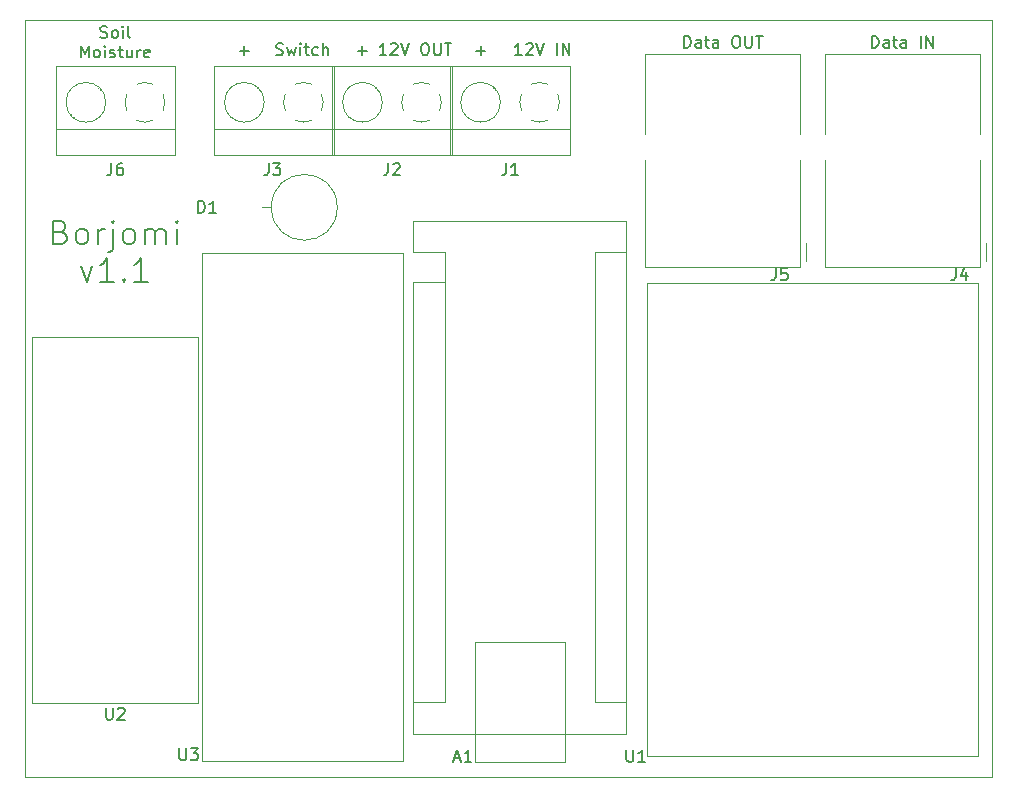
<source format=gto>
G04 #@! TF.GenerationSoftware,KiCad,Pcbnew,5.1.0-060a0da~80~ubuntu18.04.1*
G04 #@! TF.CreationDate,2019-04-21T23:40:02+03:00*
G04 #@! TF.ProjectId,Borjomi,426f726a-6f6d-4692-9e6b-696361645f70,w01*
G04 #@! TF.SameCoordinates,Original*
G04 #@! TF.FileFunction,Legend,Top*
G04 #@! TF.FilePolarity,Positive*
%FSLAX46Y46*%
G04 Gerber Fmt 4.6, Leading zero omitted, Abs format (unit mm)*
G04 Created by KiCad (PCBNEW 5.1.0-060a0da~80~ubuntu18.04.1) date 2019-04-21 23:40:02*
%MOMM*%
%LPD*%
G04 APERTURE LIST*
%ADD10C,0.150000*%
%ADD11C,0.120000*%
%ADD12C,0.100000*%
G04 APERTURE END LIST*
D10*
X104688095Y-37282380D02*
X104688095Y-36282380D01*
X104926190Y-36282380D01*
X105069047Y-36330000D01*
X105164285Y-36425238D01*
X105211904Y-36520476D01*
X105259523Y-36710952D01*
X105259523Y-36853809D01*
X105211904Y-37044285D01*
X105164285Y-37139523D01*
X105069047Y-37234761D01*
X104926190Y-37282380D01*
X104688095Y-37282380D01*
X106116666Y-37282380D02*
X106116666Y-36758571D01*
X106069047Y-36663333D01*
X105973809Y-36615714D01*
X105783333Y-36615714D01*
X105688095Y-36663333D01*
X106116666Y-37234761D02*
X106021428Y-37282380D01*
X105783333Y-37282380D01*
X105688095Y-37234761D01*
X105640476Y-37139523D01*
X105640476Y-37044285D01*
X105688095Y-36949047D01*
X105783333Y-36901428D01*
X106021428Y-36901428D01*
X106116666Y-36853809D01*
X106450000Y-36615714D02*
X106830952Y-36615714D01*
X106592857Y-36282380D02*
X106592857Y-37139523D01*
X106640476Y-37234761D01*
X106735714Y-37282380D01*
X106830952Y-37282380D01*
X107592857Y-37282380D02*
X107592857Y-36758571D01*
X107545238Y-36663333D01*
X107450000Y-36615714D01*
X107259523Y-36615714D01*
X107164285Y-36663333D01*
X107592857Y-37234761D02*
X107497619Y-37282380D01*
X107259523Y-37282380D01*
X107164285Y-37234761D01*
X107116666Y-37139523D01*
X107116666Y-37044285D01*
X107164285Y-36949047D01*
X107259523Y-36901428D01*
X107497619Y-36901428D01*
X107592857Y-36853809D01*
X109021428Y-36282380D02*
X109211904Y-36282380D01*
X109307142Y-36330000D01*
X109402380Y-36425238D01*
X109450000Y-36615714D01*
X109450000Y-36949047D01*
X109402380Y-37139523D01*
X109307142Y-37234761D01*
X109211904Y-37282380D01*
X109021428Y-37282380D01*
X108926190Y-37234761D01*
X108830952Y-37139523D01*
X108783333Y-36949047D01*
X108783333Y-36615714D01*
X108830952Y-36425238D01*
X108926190Y-36330000D01*
X109021428Y-36282380D01*
X109878571Y-36282380D02*
X109878571Y-37091904D01*
X109926190Y-37187142D01*
X109973809Y-37234761D01*
X110069047Y-37282380D01*
X110259523Y-37282380D01*
X110354761Y-37234761D01*
X110402380Y-37187142D01*
X110450000Y-37091904D01*
X110450000Y-36282380D01*
X110783333Y-36282380D02*
X111354761Y-36282380D01*
X111069047Y-37282380D02*
X111069047Y-36282380D01*
X120594761Y-37282380D02*
X120594761Y-36282380D01*
X120832857Y-36282380D01*
X120975714Y-36330000D01*
X121070952Y-36425238D01*
X121118571Y-36520476D01*
X121166190Y-36710952D01*
X121166190Y-36853809D01*
X121118571Y-37044285D01*
X121070952Y-37139523D01*
X120975714Y-37234761D01*
X120832857Y-37282380D01*
X120594761Y-37282380D01*
X122023333Y-37282380D02*
X122023333Y-36758571D01*
X121975714Y-36663333D01*
X121880476Y-36615714D01*
X121690000Y-36615714D01*
X121594761Y-36663333D01*
X122023333Y-37234761D02*
X121928095Y-37282380D01*
X121690000Y-37282380D01*
X121594761Y-37234761D01*
X121547142Y-37139523D01*
X121547142Y-37044285D01*
X121594761Y-36949047D01*
X121690000Y-36901428D01*
X121928095Y-36901428D01*
X122023333Y-36853809D01*
X122356666Y-36615714D02*
X122737619Y-36615714D01*
X122499523Y-36282380D02*
X122499523Y-37139523D01*
X122547142Y-37234761D01*
X122642380Y-37282380D01*
X122737619Y-37282380D01*
X123499523Y-37282380D02*
X123499523Y-36758571D01*
X123451904Y-36663333D01*
X123356666Y-36615714D01*
X123166190Y-36615714D01*
X123070952Y-36663333D01*
X123499523Y-37234761D02*
X123404285Y-37282380D01*
X123166190Y-37282380D01*
X123070952Y-37234761D01*
X123023333Y-37139523D01*
X123023333Y-37044285D01*
X123070952Y-36949047D01*
X123166190Y-36901428D01*
X123404285Y-36901428D01*
X123499523Y-36853809D01*
X124737619Y-37282380D02*
X124737619Y-36282380D01*
X125213809Y-37282380D02*
X125213809Y-36282380D01*
X125785238Y-37282380D01*
X125785238Y-36282380D01*
X51943571Y-52892142D02*
X52229285Y-52987380D01*
X52324523Y-53082619D01*
X52419761Y-53273095D01*
X52419761Y-53558809D01*
X52324523Y-53749285D01*
X52229285Y-53844523D01*
X52038809Y-53939761D01*
X51276904Y-53939761D01*
X51276904Y-51939761D01*
X51943571Y-51939761D01*
X52134047Y-52035000D01*
X52229285Y-52130238D01*
X52324523Y-52320714D01*
X52324523Y-52511190D01*
X52229285Y-52701666D01*
X52134047Y-52796904D01*
X51943571Y-52892142D01*
X51276904Y-52892142D01*
X53562619Y-53939761D02*
X53372142Y-53844523D01*
X53276904Y-53749285D01*
X53181666Y-53558809D01*
X53181666Y-52987380D01*
X53276904Y-52796904D01*
X53372142Y-52701666D01*
X53562619Y-52606428D01*
X53848333Y-52606428D01*
X54038809Y-52701666D01*
X54134047Y-52796904D01*
X54229285Y-52987380D01*
X54229285Y-53558809D01*
X54134047Y-53749285D01*
X54038809Y-53844523D01*
X53848333Y-53939761D01*
X53562619Y-53939761D01*
X55086428Y-53939761D02*
X55086428Y-52606428D01*
X55086428Y-52987380D02*
X55181666Y-52796904D01*
X55276904Y-52701666D01*
X55467380Y-52606428D01*
X55657857Y-52606428D01*
X56324523Y-52606428D02*
X56324523Y-54320714D01*
X56229285Y-54511190D01*
X56038809Y-54606428D01*
X55943571Y-54606428D01*
X56324523Y-51939761D02*
X56229285Y-52035000D01*
X56324523Y-52130238D01*
X56419761Y-52035000D01*
X56324523Y-51939761D01*
X56324523Y-52130238D01*
X57562619Y-53939761D02*
X57372142Y-53844523D01*
X57276904Y-53749285D01*
X57181666Y-53558809D01*
X57181666Y-52987380D01*
X57276904Y-52796904D01*
X57372142Y-52701666D01*
X57562619Y-52606428D01*
X57848333Y-52606428D01*
X58038809Y-52701666D01*
X58134047Y-52796904D01*
X58229285Y-52987380D01*
X58229285Y-53558809D01*
X58134047Y-53749285D01*
X58038809Y-53844523D01*
X57848333Y-53939761D01*
X57562619Y-53939761D01*
X59086428Y-53939761D02*
X59086428Y-52606428D01*
X59086428Y-52796904D02*
X59181666Y-52701666D01*
X59372142Y-52606428D01*
X59657857Y-52606428D01*
X59848333Y-52701666D01*
X59943571Y-52892142D01*
X59943571Y-53939761D01*
X59943571Y-52892142D02*
X60038809Y-52701666D01*
X60229285Y-52606428D01*
X60515000Y-52606428D01*
X60705476Y-52701666D01*
X60800714Y-52892142D01*
X60800714Y-53939761D01*
X61753095Y-53939761D02*
X61753095Y-52606428D01*
X61753095Y-51939761D02*
X61657857Y-52035000D01*
X61753095Y-52130238D01*
X61848333Y-52035000D01*
X61753095Y-51939761D01*
X61753095Y-52130238D01*
X53657857Y-55756428D02*
X54134047Y-57089761D01*
X54610238Y-55756428D01*
X56419761Y-57089761D02*
X55276904Y-57089761D01*
X55848333Y-57089761D02*
X55848333Y-55089761D01*
X55657857Y-55375476D01*
X55467380Y-55565952D01*
X55276904Y-55661190D01*
X57276904Y-56899285D02*
X57372142Y-56994523D01*
X57276904Y-57089761D01*
X57181666Y-56994523D01*
X57276904Y-56899285D01*
X57276904Y-57089761D01*
X59276904Y-57089761D02*
X58134047Y-57089761D01*
X58705476Y-57089761D02*
X58705476Y-55089761D01*
X58515000Y-55375476D01*
X58324523Y-55565952D01*
X58134047Y-55661190D01*
X55276904Y-36409761D02*
X55419761Y-36457380D01*
X55657857Y-36457380D01*
X55753095Y-36409761D01*
X55800714Y-36362142D01*
X55848333Y-36266904D01*
X55848333Y-36171666D01*
X55800714Y-36076428D01*
X55753095Y-36028809D01*
X55657857Y-35981190D01*
X55467380Y-35933571D01*
X55372142Y-35885952D01*
X55324523Y-35838333D01*
X55276904Y-35743095D01*
X55276904Y-35647857D01*
X55324523Y-35552619D01*
X55372142Y-35505000D01*
X55467380Y-35457380D01*
X55705476Y-35457380D01*
X55848333Y-35505000D01*
X56419761Y-36457380D02*
X56324523Y-36409761D01*
X56276904Y-36362142D01*
X56229285Y-36266904D01*
X56229285Y-35981190D01*
X56276904Y-35885952D01*
X56324523Y-35838333D01*
X56419761Y-35790714D01*
X56562619Y-35790714D01*
X56657857Y-35838333D01*
X56705476Y-35885952D01*
X56753095Y-35981190D01*
X56753095Y-36266904D01*
X56705476Y-36362142D01*
X56657857Y-36409761D01*
X56562619Y-36457380D01*
X56419761Y-36457380D01*
X57181666Y-36457380D02*
X57181666Y-35790714D01*
X57181666Y-35457380D02*
X57134047Y-35505000D01*
X57181666Y-35552619D01*
X57229285Y-35505000D01*
X57181666Y-35457380D01*
X57181666Y-35552619D01*
X57800714Y-36457380D02*
X57705476Y-36409761D01*
X57657857Y-36314523D01*
X57657857Y-35457380D01*
X53610238Y-38107380D02*
X53610238Y-37107380D01*
X53943571Y-37821666D01*
X54276904Y-37107380D01*
X54276904Y-38107380D01*
X54895952Y-38107380D02*
X54800714Y-38059761D01*
X54753095Y-38012142D01*
X54705476Y-37916904D01*
X54705476Y-37631190D01*
X54753095Y-37535952D01*
X54800714Y-37488333D01*
X54895952Y-37440714D01*
X55038809Y-37440714D01*
X55134047Y-37488333D01*
X55181666Y-37535952D01*
X55229285Y-37631190D01*
X55229285Y-37916904D01*
X55181666Y-38012142D01*
X55134047Y-38059761D01*
X55038809Y-38107380D01*
X54895952Y-38107380D01*
X55657857Y-38107380D02*
X55657857Y-37440714D01*
X55657857Y-37107380D02*
X55610238Y-37155000D01*
X55657857Y-37202619D01*
X55705476Y-37155000D01*
X55657857Y-37107380D01*
X55657857Y-37202619D01*
X56086428Y-38059761D02*
X56181666Y-38107380D01*
X56372142Y-38107380D01*
X56467380Y-38059761D01*
X56515000Y-37964523D01*
X56515000Y-37916904D01*
X56467380Y-37821666D01*
X56372142Y-37774047D01*
X56229285Y-37774047D01*
X56134047Y-37726428D01*
X56086428Y-37631190D01*
X56086428Y-37583571D01*
X56134047Y-37488333D01*
X56229285Y-37440714D01*
X56372142Y-37440714D01*
X56467380Y-37488333D01*
X56800714Y-37440714D02*
X57181666Y-37440714D01*
X56943571Y-37107380D02*
X56943571Y-37964523D01*
X56991190Y-38059761D01*
X57086428Y-38107380D01*
X57181666Y-38107380D01*
X57943571Y-37440714D02*
X57943571Y-38107380D01*
X57515000Y-37440714D02*
X57515000Y-37964523D01*
X57562619Y-38059761D01*
X57657857Y-38107380D01*
X57800714Y-38107380D01*
X57895952Y-38059761D01*
X57943571Y-38012142D01*
X58419761Y-38107380D02*
X58419761Y-37440714D01*
X58419761Y-37631190D02*
X58467380Y-37535952D01*
X58515000Y-37488333D01*
X58610238Y-37440714D01*
X58705476Y-37440714D01*
X59419761Y-38059761D02*
X59324523Y-38107380D01*
X59134047Y-38107380D01*
X59038809Y-38059761D01*
X58991190Y-37964523D01*
X58991190Y-37583571D01*
X59038809Y-37488333D01*
X59134047Y-37440714D01*
X59324523Y-37440714D01*
X59419761Y-37488333D01*
X59467380Y-37583571D01*
X59467380Y-37678809D01*
X58991190Y-37774047D01*
X70175714Y-37869761D02*
X70318571Y-37917380D01*
X70556666Y-37917380D01*
X70651904Y-37869761D01*
X70699523Y-37822142D01*
X70747142Y-37726904D01*
X70747142Y-37631666D01*
X70699523Y-37536428D01*
X70651904Y-37488809D01*
X70556666Y-37441190D01*
X70366190Y-37393571D01*
X70270952Y-37345952D01*
X70223333Y-37298333D01*
X70175714Y-37203095D01*
X70175714Y-37107857D01*
X70223333Y-37012619D01*
X70270952Y-36965000D01*
X70366190Y-36917380D01*
X70604285Y-36917380D01*
X70747142Y-36965000D01*
X71080476Y-37250714D02*
X71270952Y-37917380D01*
X71461428Y-37441190D01*
X71651904Y-37917380D01*
X71842380Y-37250714D01*
X72223333Y-37917380D02*
X72223333Y-37250714D01*
X72223333Y-36917380D02*
X72175714Y-36965000D01*
X72223333Y-37012619D01*
X72270952Y-36965000D01*
X72223333Y-36917380D01*
X72223333Y-37012619D01*
X72556666Y-37250714D02*
X72937619Y-37250714D01*
X72699523Y-36917380D02*
X72699523Y-37774523D01*
X72747142Y-37869761D01*
X72842380Y-37917380D01*
X72937619Y-37917380D01*
X73699523Y-37869761D02*
X73604285Y-37917380D01*
X73413809Y-37917380D01*
X73318571Y-37869761D01*
X73270952Y-37822142D01*
X73223333Y-37726904D01*
X73223333Y-37441190D01*
X73270952Y-37345952D01*
X73318571Y-37298333D01*
X73413809Y-37250714D01*
X73604285Y-37250714D01*
X73699523Y-37298333D01*
X74128095Y-37917380D02*
X74128095Y-36917380D01*
X74556666Y-37917380D02*
X74556666Y-37393571D01*
X74509047Y-37298333D01*
X74413809Y-37250714D01*
X74270952Y-37250714D01*
X74175714Y-37298333D01*
X74128095Y-37345952D01*
X79486428Y-37917380D02*
X78915000Y-37917380D01*
X79200714Y-37917380D02*
X79200714Y-36917380D01*
X79105476Y-37060238D01*
X79010238Y-37155476D01*
X78915000Y-37203095D01*
X79867380Y-37012619D02*
X79915000Y-36965000D01*
X80010238Y-36917380D01*
X80248333Y-36917380D01*
X80343571Y-36965000D01*
X80391190Y-37012619D01*
X80438809Y-37107857D01*
X80438809Y-37203095D01*
X80391190Y-37345952D01*
X79819761Y-37917380D01*
X80438809Y-37917380D01*
X80724523Y-36917380D02*
X81057857Y-37917380D01*
X81391190Y-36917380D01*
X82676904Y-36917380D02*
X82867380Y-36917380D01*
X82962619Y-36965000D01*
X83057857Y-37060238D01*
X83105476Y-37250714D01*
X83105476Y-37584047D01*
X83057857Y-37774523D01*
X82962619Y-37869761D01*
X82867380Y-37917380D01*
X82676904Y-37917380D01*
X82581666Y-37869761D01*
X82486428Y-37774523D01*
X82438809Y-37584047D01*
X82438809Y-37250714D01*
X82486428Y-37060238D01*
X82581666Y-36965000D01*
X82676904Y-36917380D01*
X83534047Y-36917380D02*
X83534047Y-37726904D01*
X83581666Y-37822142D01*
X83629285Y-37869761D01*
X83724523Y-37917380D01*
X83915000Y-37917380D01*
X84010238Y-37869761D01*
X84057857Y-37822142D01*
X84105476Y-37726904D01*
X84105476Y-36917380D01*
X84438809Y-36917380D02*
X85010238Y-36917380D01*
X84724523Y-37917380D02*
X84724523Y-36917380D01*
X90948095Y-37917380D02*
X90376666Y-37917380D01*
X90662380Y-37917380D02*
X90662380Y-36917380D01*
X90567142Y-37060238D01*
X90471904Y-37155476D01*
X90376666Y-37203095D01*
X91329047Y-37012619D02*
X91376666Y-36965000D01*
X91471904Y-36917380D01*
X91710000Y-36917380D01*
X91805238Y-36965000D01*
X91852857Y-37012619D01*
X91900476Y-37107857D01*
X91900476Y-37203095D01*
X91852857Y-37345952D01*
X91281428Y-37917380D01*
X91900476Y-37917380D01*
X92186190Y-36917380D02*
X92519523Y-37917380D01*
X92852857Y-36917380D01*
X93948095Y-37917380D02*
X93948095Y-36917380D01*
X94424285Y-37917380D02*
X94424285Y-36917380D01*
X94995714Y-37917380D01*
X94995714Y-36917380D01*
X87089047Y-37536428D02*
X87850952Y-37536428D01*
X87470000Y-37917380D02*
X87470000Y-37155476D01*
X77089047Y-37536428D02*
X77850952Y-37536428D01*
X77470000Y-37917380D02*
X77470000Y-37155476D01*
X67089047Y-37536428D02*
X67850952Y-37536428D01*
X67470000Y-37917380D02*
X67470000Y-37155476D01*
D11*
X48895000Y-99060000D02*
X48895000Y-34925000D01*
X130810000Y-99060000D02*
X48895000Y-99060000D01*
X130810000Y-34925000D02*
X130810000Y-99060000D01*
X48895000Y-34925000D02*
X130810000Y-34925000D01*
D12*
X63890000Y-97700000D02*
X80890000Y-97700000D01*
X80890000Y-97700000D02*
X80890000Y-54700000D01*
X63890000Y-54700000D02*
X80890000Y-54700000D01*
X63890000Y-97700000D02*
X63890000Y-54700000D01*
X49515000Y-61805000D02*
X63515000Y-61805000D01*
X63515000Y-92805000D02*
X63515000Y-61805000D01*
X49515000Y-92805000D02*
X63515000Y-92805000D01*
X49515000Y-92805000D02*
X49515000Y-61805000D01*
D11*
X101570000Y-97250000D02*
X129570000Y-97250000D01*
X101570000Y-97250000D02*
X101570000Y-57250000D01*
X101570000Y-57250000D02*
X129570000Y-57250000D01*
X129570000Y-97250000D02*
X129570000Y-57250000D01*
D12*
X86995000Y-87630000D02*
X94615000Y-87630000D01*
X94615000Y-87630000D02*
X94615000Y-97790000D01*
X94615000Y-97790000D02*
X86995000Y-97790000D01*
X86995000Y-97790000D02*
X86995000Y-87630000D01*
D11*
X99825000Y-51940000D02*
X81785000Y-51940000D01*
X99825000Y-95380000D02*
X99825000Y-51940000D01*
X81785000Y-95380000D02*
X99825000Y-95380000D01*
X84455000Y-92710000D02*
X81785000Y-92710000D01*
X84455000Y-57150000D02*
X84455000Y-92710000D01*
X84455000Y-57150000D02*
X81785000Y-57150000D01*
X97155000Y-92710000D02*
X99825000Y-92710000D01*
X97155000Y-54610000D02*
X97155000Y-92710000D01*
X97155000Y-54610000D02*
X99825000Y-54610000D01*
X81785000Y-51940000D02*
X81785000Y-54610000D01*
X81785000Y-57150000D02*
X81785000Y-95380000D01*
X84455000Y-54610000D02*
X81785000Y-54610000D01*
X84455000Y-57150000D02*
X84455000Y-54610000D01*
X69765000Y-50800000D02*
X68970000Y-50800000D01*
X75335000Y-50800000D02*
G75*
G03X75335000Y-50800000I-2785000J0D01*
G01*
X55282000Y-40887000D02*
X55329000Y-40841000D01*
X52985000Y-43185000D02*
X53020000Y-43149000D01*
X55089000Y-40671000D02*
X55124000Y-40636000D01*
X52780000Y-42979000D02*
X52827000Y-42933000D01*
X51495000Y-46410000D02*
X51495000Y-38810000D01*
X61615000Y-46410000D02*
X61615000Y-38810000D01*
X61615000Y-46410000D02*
X51495000Y-46410000D01*
X61615000Y-44211000D02*
X51495000Y-44211000D01*
X61615000Y-38810000D02*
X51495000Y-38810000D01*
X55735000Y-41910000D02*
G75*
G03X55735000Y-41910000I-1680000J0D01*
G01*
X59026195Y-40229747D02*
G75*
G02X59739000Y-40375000I28805J-1680253D01*
G01*
X60590426Y-41226958D02*
G75*
G02X60590000Y-42594000I-1535426J-683042D01*
G01*
X59738042Y-43445426D02*
G75*
G02X58371000Y-43445000I-683042J1535426D01*
G01*
X57519574Y-42593042D02*
G75*
G02X57520000Y-41226000I1535426J683042D01*
G01*
X58371682Y-40375244D02*
G75*
G02X59055000Y-40230000I683318J-1534756D01*
G01*
X68697000Y-40887000D02*
X68744000Y-40841000D01*
X66400000Y-43185000D02*
X66435000Y-43149000D01*
X68504000Y-40671000D02*
X68539000Y-40636000D01*
X66195000Y-42979000D02*
X66242000Y-42933000D01*
X64910000Y-46410000D02*
X64910000Y-38810000D01*
X75030000Y-46410000D02*
X75030000Y-38810000D01*
X75030000Y-46410000D02*
X64910000Y-46410000D01*
X75030000Y-44211000D02*
X64910000Y-44211000D01*
X75030000Y-38810000D02*
X64910000Y-38810000D01*
X69150000Y-41910000D02*
G75*
G03X69150000Y-41910000I-1680000J0D01*
G01*
X72441195Y-40229747D02*
G75*
G02X73154000Y-40375000I28805J-1680253D01*
G01*
X74005426Y-41226958D02*
G75*
G02X74005000Y-42594000I-1535426J-683042D01*
G01*
X73153042Y-43445426D02*
G75*
G02X71786000Y-43445000I-683042J1535426D01*
G01*
X70934574Y-42593042D02*
G75*
G02X70935000Y-41226000I1535426J683042D01*
G01*
X71786682Y-40375244D02*
G75*
G02X72470000Y-40230000I683318J-1534756D01*
G01*
X78697000Y-40887000D02*
X78744000Y-40841000D01*
X76400000Y-43185000D02*
X76435000Y-43149000D01*
X78504000Y-40671000D02*
X78539000Y-40636000D01*
X76195000Y-42979000D02*
X76242000Y-42933000D01*
X74910000Y-46410000D02*
X74910000Y-38810000D01*
X85030000Y-46410000D02*
X85030000Y-38810000D01*
X85030000Y-46410000D02*
X74910000Y-46410000D01*
X85030000Y-44211000D02*
X74910000Y-44211000D01*
X85030000Y-38810000D02*
X74910000Y-38810000D01*
X79150000Y-41910000D02*
G75*
G03X79150000Y-41910000I-1680000J0D01*
G01*
X82441195Y-40229747D02*
G75*
G02X83154000Y-40375000I28805J-1680253D01*
G01*
X84005426Y-41226958D02*
G75*
G02X84005000Y-42594000I-1535426J-683042D01*
G01*
X83153042Y-43445426D02*
G75*
G02X81786000Y-43445000I-683042J1535426D01*
G01*
X80934574Y-42593042D02*
G75*
G02X80935000Y-41226000I1535426J683042D01*
G01*
X81786682Y-40375244D02*
G75*
G02X82470000Y-40230000I683318J-1534756D01*
G01*
X88697000Y-40887000D02*
X88744000Y-40841000D01*
X86400000Y-43185000D02*
X86435000Y-43149000D01*
X88504000Y-40671000D02*
X88539000Y-40636000D01*
X86195000Y-42979000D02*
X86242000Y-42933000D01*
X84910000Y-46410000D02*
X84910000Y-38810000D01*
X95030000Y-46410000D02*
X95030000Y-38810000D01*
X95030000Y-46410000D02*
X84910000Y-46410000D01*
X95030000Y-44211000D02*
X84910000Y-44211000D01*
X95030000Y-38810000D02*
X84910000Y-38810000D01*
X89150000Y-41910000D02*
G75*
G03X89150000Y-41910000I-1680000J0D01*
G01*
X92441195Y-40229747D02*
G75*
G02X93154000Y-40375000I28805J-1680253D01*
G01*
X94005426Y-41226958D02*
G75*
G02X94005000Y-42594000I-1535426J-683042D01*
G01*
X93153042Y-43445426D02*
G75*
G02X91786000Y-43445000I-683042J1535426D01*
G01*
X90934574Y-42593042D02*
G75*
G02X90935000Y-41226000I1535426J683042D01*
G01*
X91786682Y-40375244D02*
G75*
G02X92470000Y-40230000I683318J-1534756D01*
G01*
X114555000Y-55840000D02*
X101355000Y-55840000D01*
X101355000Y-55840000D02*
X101355000Y-46820000D01*
D12*
X101355000Y-37960000D02*
X101355000Y-37840000D01*
D11*
X101355000Y-37840000D02*
X101355000Y-44620000D01*
D12*
X101355000Y-37850000D02*
X101355000Y-37840000D01*
D11*
X101355000Y-37840000D02*
X114555000Y-37840000D01*
X114555000Y-37840000D02*
X114555000Y-44620000D01*
D12*
X114555000Y-46890000D02*
X114555000Y-46820000D01*
D11*
X114555000Y-46820000D02*
X114555000Y-55840000D01*
X115025000Y-53840000D02*
X115025000Y-55370000D01*
X129795000Y-55840000D02*
X116595000Y-55840000D01*
X116595000Y-55840000D02*
X116595000Y-46820000D01*
D12*
X116595000Y-37960000D02*
X116595000Y-37840000D01*
D11*
X116595000Y-37840000D02*
X116595000Y-44620000D01*
D12*
X116595000Y-37850000D02*
X116595000Y-37840000D01*
D11*
X116595000Y-37840000D02*
X129795000Y-37840000D01*
X129795000Y-37840000D02*
X129795000Y-44620000D01*
D12*
X129795000Y-46890000D02*
X129795000Y-46820000D01*
D11*
X129795000Y-46820000D02*
X129795000Y-55840000D01*
X130265000Y-53840000D02*
X130265000Y-55370000D01*
D10*
X61976095Y-96607380D02*
X61976095Y-97416904D01*
X62023714Y-97512142D01*
X62071333Y-97559761D01*
X62166571Y-97607380D01*
X62357047Y-97607380D01*
X62452285Y-97559761D01*
X62499904Y-97512142D01*
X62547523Y-97416904D01*
X62547523Y-96607380D01*
X62928476Y-96607380D02*
X63547523Y-96607380D01*
X63214190Y-96988333D01*
X63357047Y-96988333D01*
X63452285Y-97035952D01*
X63499904Y-97083571D01*
X63547523Y-97178809D01*
X63547523Y-97416904D01*
X63499904Y-97512142D01*
X63452285Y-97559761D01*
X63357047Y-97607380D01*
X63071333Y-97607380D01*
X62976095Y-97559761D01*
X62928476Y-97512142D01*
X55753095Y-93178380D02*
X55753095Y-93987904D01*
X55800714Y-94083142D01*
X55848333Y-94130761D01*
X55943571Y-94178380D01*
X56134047Y-94178380D01*
X56229285Y-94130761D01*
X56276904Y-94083142D01*
X56324523Y-93987904D01*
X56324523Y-93178380D01*
X56753095Y-93273619D02*
X56800714Y-93226000D01*
X56895952Y-93178380D01*
X57134047Y-93178380D01*
X57229285Y-93226000D01*
X57276904Y-93273619D01*
X57324523Y-93368857D01*
X57324523Y-93464095D01*
X57276904Y-93606952D01*
X56705476Y-94178380D01*
X57324523Y-94178380D01*
X99822095Y-96734380D02*
X99822095Y-97543904D01*
X99869714Y-97639142D01*
X99917333Y-97686761D01*
X100012571Y-97734380D01*
X100203047Y-97734380D01*
X100298285Y-97686761D01*
X100345904Y-97639142D01*
X100393523Y-97543904D01*
X100393523Y-96734380D01*
X101393523Y-97734380D02*
X100822095Y-97734380D01*
X101107809Y-97734380D02*
X101107809Y-96734380D01*
X101012571Y-96877238D01*
X100917333Y-96972476D01*
X100822095Y-97020095D01*
X85264714Y-97448666D02*
X85740904Y-97448666D01*
X85169476Y-97734380D02*
X85502809Y-96734380D01*
X85836142Y-97734380D01*
X86693285Y-97734380D02*
X86121857Y-97734380D01*
X86407571Y-97734380D02*
X86407571Y-96734380D01*
X86312333Y-96877238D01*
X86217095Y-96972476D01*
X86121857Y-97020095D01*
X63556904Y-51252380D02*
X63556904Y-50252380D01*
X63795000Y-50252380D01*
X63937857Y-50300000D01*
X64033095Y-50395238D01*
X64080714Y-50490476D01*
X64128333Y-50680952D01*
X64128333Y-50823809D01*
X64080714Y-51014285D01*
X64033095Y-51109523D01*
X63937857Y-51204761D01*
X63795000Y-51252380D01*
X63556904Y-51252380D01*
X65080714Y-51252380D02*
X64509285Y-51252380D01*
X64795000Y-51252380D02*
X64795000Y-50252380D01*
X64699761Y-50395238D01*
X64604523Y-50490476D01*
X64509285Y-50538095D01*
X56221666Y-47077380D02*
X56221666Y-47791666D01*
X56174047Y-47934523D01*
X56078809Y-48029761D01*
X55935952Y-48077380D01*
X55840714Y-48077380D01*
X57126428Y-47077380D02*
X56935952Y-47077380D01*
X56840714Y-47125000D01*
X56793095Y-47172619D01*
X56697857Y-47315476D01*
X56650238Y-47505952D01*
X56650238Y-47886904D01*
X56697857Y-47982142D01*
X56745476Y-48029761D01*
X56840714Y-48077380D01*
X57031190Y-48077380D01*
X57126428Y-48029761D01*
X57174047Y-47982142D01*
X57221666Y-47886904D01*
X57221666Y-47648809D01*
X57174047Y-47553571D01*
X57126428Y-47505952D01*
X57031190Y-47458333D01*
X56840714Y-47458333D01*
X56745476Y-47505952D01*
X56697857Y-47553571D01*
X56650238Y-47648809D01*
X69516666Y-47077380D02*
X69516666Y-47791666D01*
X69469047Y-47934523D01*
X69373809Y-48029761D01*
X69230952Y-48077380D01*
X69135714Y-48077380D01*
X69897619Y-47077380D02*
X70516666Y-47077380D01*
X70183333Y-47458333D01*
X70326190Y-47458333D01*
X70421428Y-47505952D01*
X70469047Y-47553571D01*
X70516666Y-47648809D01*
X70516666Y-47886904D01*
X70469047Y-47982142D01*
X70421428Y-48029761D01*
X70326190Y-48077380D01*
X70040476Y-48077380D01*
X69945238Y-48029761D01*
X69897619Y-47982142D01*
X79636666Y-47077380D02*
X79636666Y-47791666D01*
X79589047Y-47934523D01*
X79493809Y-48029761D01*
X79350952Y-48077380D01*
X79255714Y-48077380D01*
X80065238Y-47172619D02*
X80112857Y-47125000D01*
X80208095Y-47077380D01*
X80446190Y-47077380D01*
X80541428Y-47125000D01*
X80589047Y-47172619D01*
X80636666Y-47267857D01*
X80636666Y-47363095D01*
X80589047Y-47505952D01*
X80017619Y-48077380D01*
X80636666Y-48077380D01*
X89636666Y-47077380D02*
X89636666Y-47791666D01*
X89589047Y-47934523D01*
X89493809Y-48029761D01*
X89350952Y-48077380D01*
X89255714Y-48077380D01*
X90636666Y-48077380D02*
X90065238Y-48077380D01*
X90350952Y-48077380D02*
X90350952Y-47077380D01*
X90255714Y-47220238D01*
X90160476Y-47315476D01*
X90065238Y-47363095D01*
X112461666Y-55967380D02*
X112461666Y-56681666D01*
X112414047Y-56824523D01*
X112318809Y-56919761D01*
X112175952Y-56967380D01*
X112080714Y-56967380D01*
X113414047Y-55967380D02*
X112937857Y-55967380D01*
X112890238Y-56443571D01*
X112937857Y-56395952D01*
X113033095Y-56348333D01*
X113271190Y-56348333D01*
X113366428Y-56395952D01*
X113414047Y-56443571D01*
X113461666Y-56538809D01*
X113461666Y-56776904D01*
X113414047Y-56872142D01*
X113366428Y-56919761D01*
X113271190Y-56967380D01*
X113033095Y-56967380D01*
X112937857Y-56919761D01*
X112890238Y-56872142D01*
X127701666Y-55967380D02*
X127701666Y-56681666D01*
X127654047Y-56824523D01*
X127558809Y-56919761D01*
X127415952Y-56967380D01*
X127320714Y-56967380D01*
X128606428Y-56300714D02*
X128606428Y-56967380D01*
X128368333Y-55919761D02*
X128130238Y-56634047D01*
X128749285Y-56634047D01*
M02*

</source>
